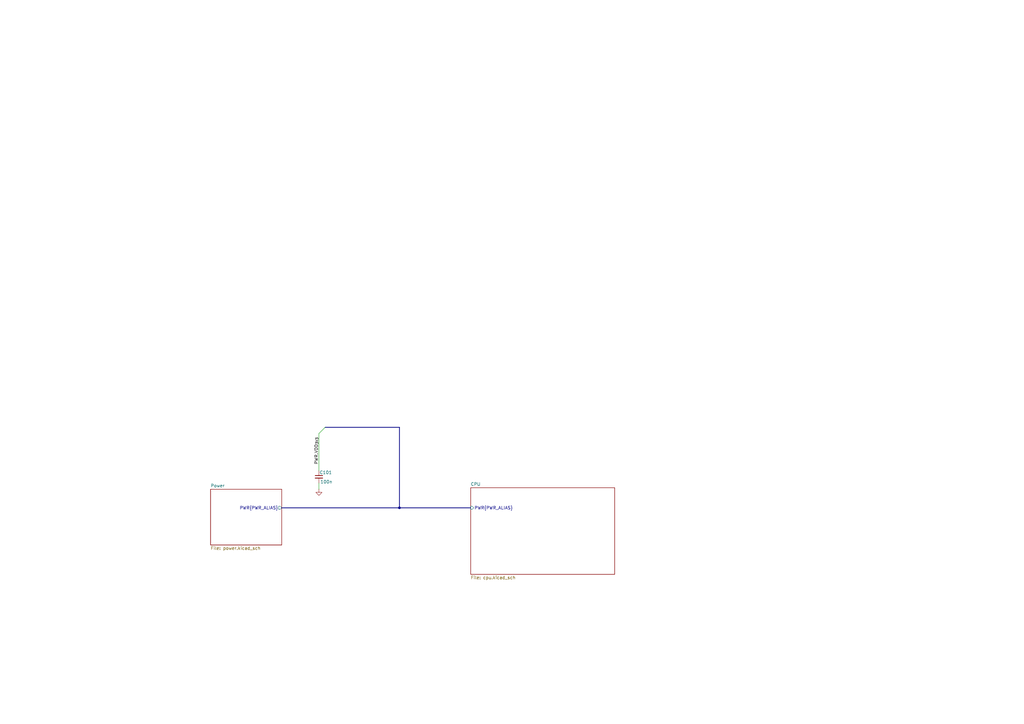
<source format=kicad_sch>
(kicad_sch (version 20231120) (generator "eeschema") (generator_version "8.0")
  (paper "A3")
  (lib_symbols
    (symbol "Device:C_Small" (pin_numbers hide) (pin_names (offset 0.254) hide)
      (property "Reference" "C" (at 0.254 1.778 0))
      (property "Value" "C_Small" (at 0.254 -2.032 0))
      (symbol "C_Small_0_1"
        (polyline (pts (xy -1.524 -0.508) (xy 1.524 -0.508)) (stroke (width 0.3302)))
        (polyline (pts (xy -1.524 0.508) (xy 1.524 0.508)) (stroke (width 0.3048)))
      )
      (symbol "C_Small_1_1"
        (pin passive line (at 0 2.54 270) (length 2.032) (name "~") (number "1"))
        (pin passive line (at 0 -2.54 90) (length 2.032) (name "~") (number "2"))
      )
    )
    (symbol "power:GND" (power) (pin_numbers hide) (pin_names (offset 0) hide)
      (property "Value" "GND" (at 0 -3.81 0))
      (symbol "GND_0_1"
        (polyline (pts (xy 0 0) (xy 0 -1.27) (xy 1.27 -1.27) (xy 0 -2.54) (xy -1.27 -1.27) (xy 0 -1.27)))
      )
      (symbol "GND_1_1"
        (pin power_in line (at 0 0 270) (length 0) (name "~") (number "1"))
      )
    )
  )
  (junction (at 163.83 208.28))
  (bus_entry (at 130.81 177.8) (size 2.54 -2.54))
  (bus (pts (xy 163.83 208.28) (xy 163.83 175.26)))
  (bus (pts (xy 115.57 208.28) (xy 163.83 208.28)))
  (bus (pts (xy 193.04 208.28) (xy 163.83 208.28)))
  (bus (pts (xy 133.35 175.26) (xy 163.83 175.26)))
  (wire (pts (xy 130.81 198.12) (xy 130.81 200.66)))
  (wire (pts (xy 130.81 177.8) (xy 130.81 193.04)))
  (label "PWR.VDD_{3V3}" (at 130.81 190.5 90))
  (symbol (lib_id "Device:C_Small") (at 130.81 195.58 0) (unit 1)
    (property "Reference" "C101" (at 133.604 193.802 0))
    (property "Value" "100n" (at 133.858 197.612 0))
    (property "Description" "Unpolarized capacitor, small symbol" (effects (hide yes)))
  )
  (symbol (lib_id "power:GND") (at 130.81 200.66 0) (unit 1)
    (property "Reference" "#PWR0101" (effects (hide yes)))
    (property "Value" "GND" (effects (hide yes)))
    (property "Description" "Power symbol creates a global label with name \"GND\" , ground" (effects (hide yes)))
  )
  (sheet (at 86.36 200.66) (size 29.21 22.86) (stroke (width 0.1524))
    (property "Sheetname" "Power" (at 86.36 199.9484 0) (effects (justify left bottom)))
    (property "Sheetfile" "power.kicad_sch" (at 86.36 224.1046 0) (effects (justify left top)))
    (pin "PWR{PWR_ALIAS}" output (at 115.57 208.28 0))
  )
  (sheet (at 193.04 200.025) (size 59.055 35.56) (stroke (width 0.1524))
    (property "Sheetname" "CPU" (at 193.04 199.3134 0) (effects (justify left bottom)))
    (property "Sheetfile" "cpu.kicad_sch" (at 193.04 236.1696 0) (effects (justify left top)))
    (pin "PWR{PWR_ALIAS}" input (at 193.04 208.28 180))
  )
)
</source>
